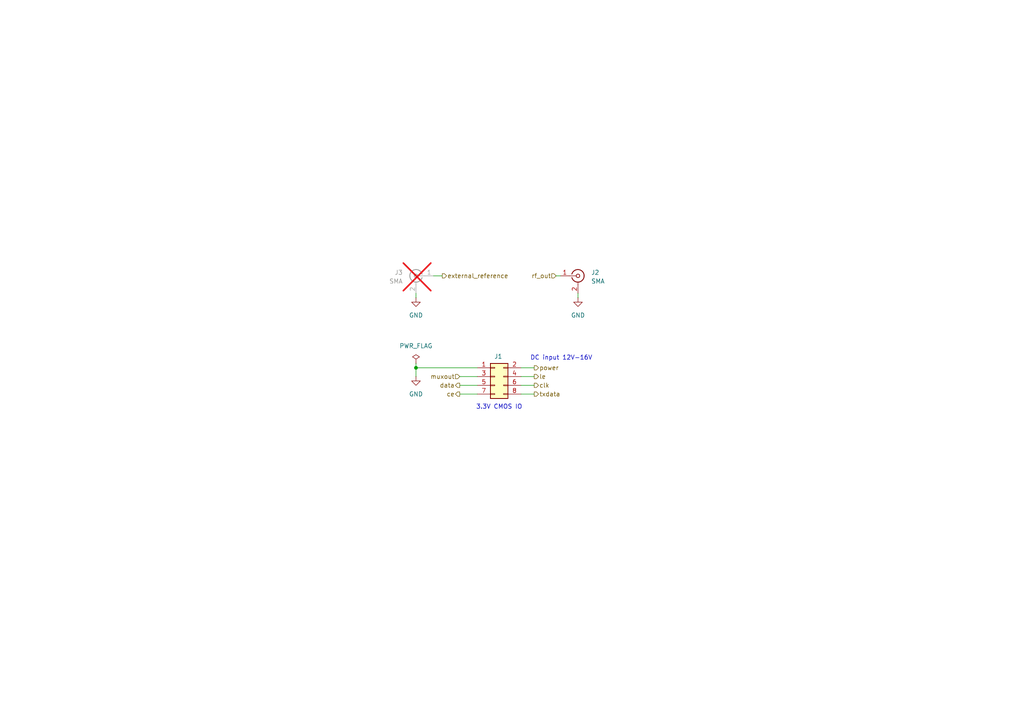
<source format=kicad_sch>
(kicad_sch (version 20250114) (generator "eeschema") (generator_version "9.0")
  (paper "A4")
  (title_block (title "ADF4158 + HMC391 PCB") (rev "v1.0") (company "Daniel Estévez"))
  (lib_symbols
    (symbol "Connector:Conn_Coaxial" (pin_names (offset 1.016) (hide yes))
      (property "Reference" "J" (at 0.254 3.048 0))
      (property "Value" "Conn_Coaxial" (at 2.921 0 90))
      (symbol "Conn_Coaxial_0_1"
        (polyline (pts (xy -2.54 0) (xy -0.508 0)))
        (arc (start 1.778 0) (mid 0.222 -1.8079) (end -1.778 -0.508) (stroke (width 0.254)))
        (arc (start -1.778 0.508) (mid 0.2221 1.8084) (end 1.778 0) (stroke (width 0.254)))
        (circle (center 0 0) (radius 0.508) (stroke (width 0.2032)))
        (polyline (pts (xy 0 -2.54) (xy 0 -1.778)))
      )
      (symbol "Conn_Coaxial_1_1"
        (pin passive line (at -5.08 0 0) (length 2.54) (name "In") (number "1"))
        (pin passive line (at 0 -5.08 90) (length 2.54) (name "Ext") (number "2"))
      )
    )
    (symbol "Connector_Generic:Conn_02x04_Odd_Even" (pin_names (offset 1.016) (hide yes))
      (property "Reference" "J" (at 1.27 5.08 0))
      (property "Value" "Conn_02x04_Odd_Even" (at 1.27 -7.62 0))
      (symbol "Conn_02x04_Odd_Even_1_1"
        (rectangle (start -1.27 3.81) (end 3.81 -6.35) (stroke (width 0.254)) (fill (type background)))
        (rectangle (start -1.27 2.667) (end 0 2.413) (stroke (width 0.1524)))
        (rectangle (start -1.27 0.127) (end 0 -0.127) (stroke (width 0.1524)))
        (rectangle (start -1.27 -2.413) (end 0 -2.667) (stroke (width 0.1524)))
        (rectangle (start -1.27 -4.953) (end 0 -5.207) (stroke (width 0.1524)))
        (rectangle (start 3.81 2.667) (end 2.54 2.413) (stroke (width 0.1524)))
        (rectangle (start 3.81 0.127) (end 2.54 -0.127) (stroke (width 0.1524)))
        (rectangle (start 3.81 -2.413) (end 2.54 -2.667) (stroke (width 0.1524)))
        (rectangle (start 3.81 -4.953) (end 2.54 -5.207) (stroke (width 0.1524)))
        (pin passive line (at -5.08 2.54 0) (length 3.81) (name "Pin_1") (number "1"))
        (pin passive line (at -5.08 0 0) (length 3.81) (name "Pin_3") (number "3"))
        (pin passive line (at -5.08 -2.54 0) (length 3.81) (name "Pin_5") (number "5"))
        (pin passive line (at -5.08 -5.08 0) (length 3.81) (name "Pin_7") (number "7"))
        (pin passive line (at 7.62 2.54 180) (length 3.81) (name "Pin_2") (number "2"))
        (pin passive line (at 7.62 0 180) (length 3.81) (name "Pin_4") (number "4"))
        (pin passive line (at 7.62 -2.54 180) (length 3.81) (name "Pin_6") (number "6"))
        (pin passive line (at 7.62 -5.08 180) (length 3.81) (name "Pin_8") (number "8"))
      )
    )
    (symbol "power:GND" (power) (pin_numbers (hide yes)) (pin_names (offset 0) (hide yes))
      (property "Value" "GND" (at 0 -3.81 0))
      (symbol "GND_0_1"
        (polyline (pts (xy 0 0) (xy 0 -1.27) (xy 1.27 -1.27) (xy 0 -2.54) (xy -1.27 -1.27) (xy 0 -1.27)))
      )
      (symbol "GND_1_1"
        (pin power_in line (at 0 0 270) (length 0) (name "~") (number "1"))
      )
    )
    (symbol "power:PWR_FLAG" (power) (pin_numbers (hide yes)) (pin_names (offset 0) (hide yes))
      (property "Value" "PWR_FLAG" (at 0 3.81 0))
      (symbol "PWR_FLAG_0_0"
        (pin power_out line (at 0 0 90) (length 0) (name "~") (number "1"))
      )
      (symbol "PWR_FLAG_0_1"
        (polyline (pts (xy 0 0) (xy 0 1.27) (xy -1.016 1.905) (xy 0 2.54) (xy 1.016 1.905) (xy 0 1.27)))
      )
    )
  )
  (text "DC input 12V-16V" (at 162.814 103.886 0) (effects (font (size 1.27 1.27))))
  (text "3.3V CMOS IO" (at 144.78 118.11 0) (effects (font (size 1.27 1.27))))
  (junction (at 120.65 106.68))
  (wire (pts (xy 120.65 109.22) (xy 120.65 106.68)))
  (wire (pts (xy 167.64 86.36) (xy 167.64 85.09)))
  (wire (pts (xy 120.65 105.41) (xy 120.65 106.68)))
  (wire (pts (xy 133.35 109.22) (xy 138.43 109.22)))
  (wire (pts (xy 133.35 114.3) (xy 138.43 114.3)))
  (wire (pts (xy 161.29 80.01) (xy 162.56 80.01)))
  (wire (pts (xy 151.13 114.3) (xy 154.94 114.3)))
  (wire (pts (xy 125.73 80.01) (xy 128.27 80.01)))
  (wire (pts (xy 151.13 111.76) (xy 154.94 111.76)))
  (wire (pts (xy 151.13 109.22) (xy 154.94 109.22)))
  (wire (pts (xy 120.65 106.68) (xy 138.43 106.68)))
  (wire (pts (xy 133.35 111.76) (xy 138.43 111.76)))
  (wire (pts (xy 151.13 106.68) (xy 154.94 106.68)))
  (wire (pts (xy 120.65 85.09) (xy 120.65 86.36)))
  (hierarchical_label "txdata" (shape output) (at 154.94 114.3 0))
  (hierarchical_label "clk" (shape output) (at 154.94 111.76 0))
  (hierarchical_label "external_reference" (shape output) (at 128.27 80.01 0))
  (hierarchical_label "le" (shape output) (at 154.94 109.22 0))
  (hierarchical_label "power" (shape output) (at 154.94 106.68 0))
  (hierarchical_label "rf_out" (shape input) (at 161.29 80.01 180))
  (hierarchical_label "muxout" (shape input) (at 133.35 109.22 180))
  (hierarchical_label "ce" (shape output) (at 133.35 114.3 180))
  (hierarchical_label "data" (shape output) (at 133.35 111.76 180))
  (symbol (lib_id "power:GND") (at 167.64 86.36 0) (unit 1)
    (property "Reference" "#PWR025" (effects (hide yes)))
    (property "Value" "GND" (at 167.64 91.44 0))
    (property "Description" "Power symbol creates a global label with name \"GND\" , ground" (effects (hide yes)))
  )
  (symbol (lib_id "power:GND") (at 120.65 86.36 0) (mirror y) (unit 1)
    (property "Reference" "#PWR02" (effects (hide yes)))
    (property "Value" "GND" (at 120.65 91.44 0))
    (property "Description" "Power symbol creates a global label with name \"GND\" , ground" (effects (hide yes)))
  )
  (symbol (lib_id "Connector:Conn_Coaxial") (at 120.65 80.01 0) (mirror y) (unit 1) (dnp yes)
    (property "Reference" "J3" (at 116.84 79.0331 0) (effects (justify left)))
    (property "Value" "SMA" (at 116.84 81.5731 0) (effects (justify left)))
    (property "Footprint" "ADF4158_HMC391_PCB:WRL-23187" (effects (hide yes)))
    (property "Datasheet" "https://cdn.sparkfun.com/assets/c/2/9/a/7/SMA-KE-347C-H13.5-1.pdf" (effects (hide yes)))
    (property "Description" "SMA CONNECTOR" (effects (hide yes)))
    (property "Digikey Part Number" "  1568-WRL-23187-ND" (effects (hide yes)))
  )
  (symbol (lib_id "power:GND") (at 120.65 109.22 0) (unit 1)
    (property "Reference" "#PWR058" (effects (hide yes)))
    (property "Value" "GND" (at 120.65 114.3 0))
    (property "Description" "Power symbol creates a global label with name \"GND\" , ground" (effects (hide yes)))
  )
  (symbol (lib_id "power:PWR_FLAG") (at 120.65 105.41 0) (unit 1)
    (property "Reference" "#FLG07" (effects (hide yes)))
    (property "Value" "PWR_FLAG" (at 120.65 100.33 0))
    (property "Description" "Special symbol for telling ERC where power comes from" (effects (hide yes)))
  )
  (symbol (lib_id "Connector:Conn_Coaxial") (at 167.64 80.01 0) (unit 1)
    (property "Reference" "J2" (at 171.45 79.0331 0) (effects (justify left)))
    (property "Value" "SMA" (at 171.45 81.5731 0) (effects (justify left)))
    (property "Footprint" "ADF4158_HMC391_PCB:WRL-23187" (effects (hide yes)))
    (property "Datasheet" "https://cdn.sparkfun.com/assets/c/2/9/a/7/SMA-KE-347C-H13.5-1.pdf" (effects (hide yes)))
    (property "Description" "SMA CONNECTOR" (effects (hide yes)))
    (property "Digikey Part Number" "  1568-WRL-23187-ND" (effects (hide yes)))
  )
  (symbol (lib_id "Connector_Generic:Conn_02x04_Odd_Even") (at 143.51 109.22 0) (unit 1)
    (property "Reference" "J1" (at 144.526 103.378 0))
    (property "Value" "Conn_02x04_Odd_Even" (effects (hide yes)))
    (property "Footprint" "Connector_PinHeader_2.54mm:PinHeader_2x04_P2.54mm_Vertical" (effects (hide yes)))
    (property "Datasheet" "https://app.adam-tech.com/products/download/data_sheet/202065/ph2-xx-ua-data-sheet.pdf" (effects (hide yes)))
    (property "Description" "Generic connector, double row, 02x04, odd/even pin numbering scheme (row 1 odd numbers, row 2 even numbers), script generated (kicad-library-utils/schlib/autogen/connector/)" (effects (hide yes)))
    (property "Digikey Part Number" "2057-PH2-08-UA-ND" (effects (hide yes)))
  )
)
</source>
